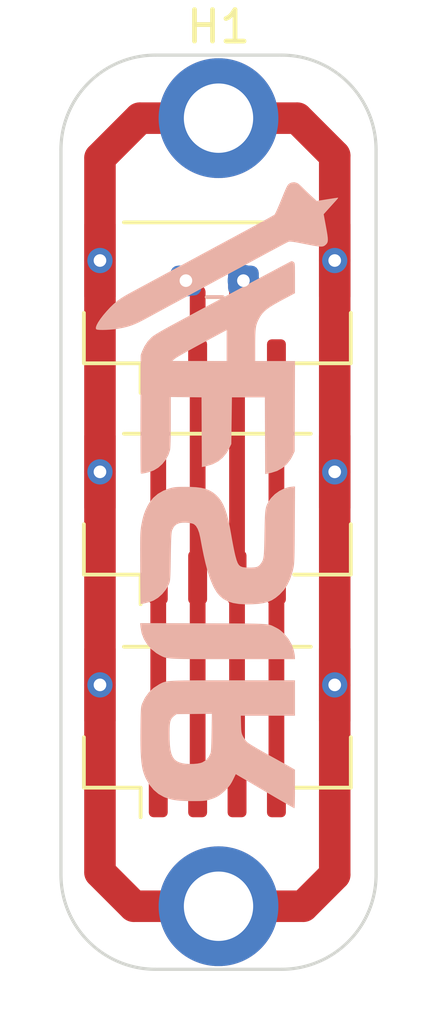
<source format=kicad_pcb>
(kicad_pcb (version 20221018) (generator pcbnew)
  (layers (0 "F.Cu" signal) (31 "B.Cu" signal) (34 "B.Paste" user) (35 "F.Paste" user) (36 "B.SilkS" user "B.Silkscreen") (37 "F.SilkS" user "F.Silkscreen") (38 "B.Mask" user) (39 "F.Mask" user) (44 "Edge.Cuts" user))
  (net 0 "")
  (net 1 "Net-(J1-Pin_1)")
  (net 2 "Net-(J1-Pin_2)")
  (net 3 "Net-(J1-Pin_3)")
  (net 4 "Net-(J1-Pin_4)")
  (net 5 "Earth")
  (footprint "MountingHole:MountingHole_2.2mm_M2_ISO14580_Pad" (layer "F.Cu") (at 167 109)
    (fp_text reference "H2" hide)
    (fp_text value "MountingHole_Pad")
    (pad "1" thru_hole circle (at 0 0) (size 3.8 3.8) (drill 2.2) (layers "*.Cu" "*.Mask") (net 5 "Earth"))
  )
  (footprint "Connector_JST:JST_GH_BM04B-GHS-TBT_1x04-1MP_P1.25mm_Vertical" (layer "F.Cu") (at 166.963 103.378)
    (fp_text reference "J3" hide)
    (fp_text value "jst_gh")
    (fp_line (start -4.235 0.26) (end -4.235 1.86) (stroke (width 0.12)) (layer "F.SilkS"))
    (fp_line (start -4.235 1.86) (end -2.435 1.86) (stroke (width 0.12)) (layer "F.SilkS"))
    (fp_line (start -2.965 -2.61) (end 2.965 -2.61) (stroke (width 0.12)) (layer "F.SilkS"))
    (fp_line (start -2.435 1.86) (end -2.435 2.8) (stroke (width 0.12)) (layer "F.SilkS"))
    (fp_line (start 4.235 0.26) (end 4.235 1.86) (stroke (width 0.12)) (layer "F.SilkS"))
    (fp_line (start 4.235 1.86) (end 2.435 1.86) (stroke (width 0.12)) (layer "F.SilkS"))
    (pad "1" smd roundrect (at -1.875 1.95) (size 0.6 1.7) (layers "F.Cu" "F.Paste" "F.Mask") (net 1 "Net-(J1-Pin_1)"))
    (pad "2" smd roundrect (at -0.625 1.95) (size 0.6 1.7) (layers "F.Cu" "F.Paste" "F.Mask") (net 2 "Net-(J1-Pin_2)"))
    (pad "3" smd roundrect (at 0.625 1.95) (size 0.6 1.7) (layers "F.Cu" "F.Paste" "F.Mask") (net 3 "Net-(J1-Pin_3)"))
    (pad "4" smd roundrect (at 1.875 1.95) (size 0.6 1.7) (layers "F.Cu" "F.Paste" "F.Mask") (net 4 "Net-(J1-Pin_4)"))
    (pad "MP" smd roundrect (at -3.725 -1.4) (size 1 2.8) (layers "F.Cu" "F.Paste" "F.Mask") (net 5 "Earth"))
    (pad "MP" smd roundrect (at 3.725 -1.4) (size 1 2.8) (layers "F.Cu" "F.Paste" "F.Mask") (net 5 "Earth"))
  )
  (footprint "MountingHole:MountingHole_2.2mm_M2_ISO14580_Pad" (layer "F.Cu") (at 167 84)
    (fp_text reference "H1" (at 0 -2.9) (layer "F.SilkS"))
    (fp_text value "MountingHole_Pad")
    (pad "1" thru_hole circle (at 0 0) (size 3.8 3.8) (drill 2.2) (layers "*.Cu" "*.Mask") (net 5 "Earth"))
  )
  (footprint "Connector_JST:JST_GH_BM04B-GHS-TBT_1x04-1MP_P1.25mm_Vertical" (layer "F.Cu") (at 166.963 89.916)
    (fp_text reference "J1" hide)
    (fp_text value "jst_gh")
    (fp_line (start -4.235 0.26) (end -4.235 1.86) (stroke (width 0.12)) (layer "F.SilkS"))
    (fp_line (start -4.235 1.86) (end -2.435 1.86) (stroke (width 0.12)) (layer "F.SilkS"))
    (fp_line (start -2.965 -2.61) (end 2.965 -2.61) (stroke (width 0.12)) (layer "F.SilkS"))
    (fp_line (start -2.435 1.86) (end -2.435 2.8) (stroke (width 0.12)) (layer "F.SilkS"))
    (fp_line (start 4.235 0.26) (end 4.235 1.86) (stroke (width 0.12)) (layer "F.SilkS"))
    (fp_line (start 4.235 1.86) (end 2.435 1.86) (stroke (width 0.12)) (layer "F.SilkS"))
    (pad "1" smd roundrect (at -1.875 1.95) (size 0.6 1.7) (layers "F.Cu" "F.Paste" "F.Mask") (net 1 "Net-(J1-Pin_1)"))
    (pad "2" smd roundrect (at -0.625 1.95) (size 0.6 1.7) (layers "F.Cu" "F.Paste" "F.Mask") (net 2 "Net-(J1-Pin_2)"))
    (pad "3" smd roundrect (at 0.625 1.95) (size 0.6 1.7) (layers "F.Cu" "F.Paste" "F.Mask") (net 3 "Net-(J1-Pin_3)"))
    (pad "4" smd roundrect (at 1.875 1.95) (size 0.6 1.7) (layers "F.Cu" "F.Paste" "F.Mask") (net 4 "Net-(J1-Pin_4)"))
    (pad "MP" smd roundrect (at -3.725 -1.4) (size 1 2.8) (layers "F.Cu" "F.Paste" "F.Mask") (net 5 "Earth"))
    (pad "MP" smd roundrect (at 3.725 -1.4) (size 1 2.8) (layers "F.Cu" "F.Paste" "F.Mask") (net 5 "Earth"))
  )
  (footprint "Connector_JST:JST_GH_BM04B-GHS-TBT_1x04-1MP_P1.25mm_Vertical" (layer "F.Cu") (at 166.963 96.62)
    (fp_text reference "J2" hide)
    (fp_text value "jst_gh")
    (fp_line (start -4.235 0.26) (end -4.235 1.86) (stroke (width 0.12)) (layer "F.SilkS"))
    (fp_line (start -4.235 1.86) (end -2.435 1.86) (stroke (width 0.12)) (layer "F.SilkS"))
    (fp_line (start -2.965 -2.61) (end 2.965 -2.61) (stroke (width 0.12)) (layer "F.SilkS"))
    (fp_line (start -2.435 1.86) (end -2.435 2.8) (stroke (width 0.12)) (layer "F.SilkS"))
    (fp_line (start 4.235 0.26) (end 4.235 1.86) (stroke (width 0.12)) (layer "F.SilkS"))
    (fp_line (start 4.235 1.86) (end 2.435 1.86) (stroke (width 0.12)) (layer "F.SilkS"))
    (pad "1" smd roundrect (at -1.875 1.95) (size 0.6 1.7) (layers "F.Cu" "F.Paste" "F.Mask") (net 1 "Net-(J1-Pin_1)"))
    (pad "2" smd roundrect (at -0.625 1.95) (size 0.6 1.7) (layers "F.Cu" "F.Paste" "F.Mask") (net 2 "Net-(J1-Pin_2)"))
    (pad "3" smd roundrect (at 0.625 1.95) (size 0.6 1.7) (layers "F.Cu" "F.Paste" "F.Mask") (net 3 "Net-(J1-Pin_3)"))
    (pad "4" smd roundrect (at 1.875 1.95) (size 0.6 1.7) (layers "F.Cu" "F.Paste" "F.Mask") (net 4 "Net-(J1-Pin_4)"))
    (pad "MP" smd roundrect (at -3.725 -1.4) (size 1 2.8) (layers "F.Cu" "F.Paste" "F.Mask") (net 5 "Earth"))
    (pad "MP" smd roundrect (at 3.725 -1.4) (size 1 2.8) (layers "F.Cu" "F.Paste" "F.Mask") (net 5 "Earth"))
  )
  (footprint "Resistor_SMD:R_0603_1608Metric_Pad0.98x0.95mm_HandSolder" (layer "F.Cu") (at 166.878 89.154 180)
    (fp_text reference "R1" hide)
    (fp_text value "120")
    (fp_line (start -0.254724 -0.5225) (end 0.254724 -0.5225) (stroke (width 0.12)) (layer "F.SilkS"))
    (fp_line (start -0.254724 0.5225) (end 0.254724 0.5225) (stroke (width 0.12)) (layer "F.SilkS"))
    (pad "1" smd roundrect (at -0.9125 0 180) (size 0.975 0.95) (layers "F.Cu" "F.Paste" "F.Mask") (net 3 "Net-(J1-Pin_3)"))
    (pad "2" smd roundrect (at 0.9125 0 180) (size 0.975 0.95) (layers "F.Cu" "F.Paste" "F.Mask") (net 2 "Net-(J1-Pin_2)"))
  )
  (footprint "Resistor_SMD:R_0603_1608Metric_Pad0.98x0.95mm_HandSolder" (layer "B.Cu") (at 166.878443 89.152359 180)
    (fp_text reference "R2" hide)
    (fp_text value "120")
    (fp_line (start -0.254724 -0.5225) (end 0.254724 -0.5225) (stroke (width 0.12)) (layer "B.SilkS"))
    (fp_line (start -0.254724 0.5225) (end 0.254724 0.5225) (stroke (width 0.12)) (layer "B.SilkS"))
    (pad "1" smd roundrect (at -0.9125 0 180) (size 0.975 0.95) (layers "B.Cu" "B.Paste" "B.Mask") (net 3 "Net-(J1-Pin_3)"))
    (pad "2" smd roundrect (at 0.9125 0 180) (size 0.975 0.95) (layers "B.Cu" "B.Paste" "B.Mask") (net 2 "Net-(J1-Pin_2)"))
  )
  (footprint "LOGO" (layer "B.Cu") (at 166.963 96 -90)
    (fp_text reference "G***" hide)
    (fp_text value "LOGO" hide)
    (fp_poly (pts (xy 4.152668 2.438027) (xy 4.342622 2.402848) (xy 4.524475 2.331923) (xy 4.693028 2.228807) (xy 4.843086 2.097057) (xy 4.969453 1.940229) (xy 5.031052 1.836883) (xy 5.05184 1.79762) (xy 5.070309 1.761905) (xy 5.086595 1.727289) (xy 5.100837 1.691319) (xy 5.113171 1.651546) (xy 5.123736 1.60552) (xy 5.132667 1.550788) (xy 5.140104 1.484902) (xy 5.146182 1.40541) (xy 5.15104 1.309862) (xy 5.154815 1.195807) (xy 5.157644 1.060795) (xy 5.159665 0.902374) (xy 5.161015 0.718096) (xy 5.161831 0.505508) (xy 5.162251 0.26216) (xy 5.162412 -0.014397) (xy 5.162452 -0.326616) (xy 5.16247 -0.507409) (xy 5.162762 -2.463149) (xy 5.088867 -2.462064) (xy 5.032719 -2.456425) (xy 4.955065 -2.442629) (xy 4.872221 -2.423598) (xy 4.868124 -2.422532) (xy 4.69281 -2.358425) (xy 4.524951 -2.262554) (xy 4.377059 -2.142238) (xy 4.360015 -2.125248) (xy 4.291832 -2.053802) (xy 4.243165 -1.9966) (xy 4.204757 -1.940953) (xy 4.167349 -1.874177) (xy 4.145292 -1.830987) (xy 4.127117 -1.795325) (xy 4.110981 -1.763314) (xy 4.096757 -1.732513) (xy 4.084315 -1.700483) (xy 4.073528 -1.664784) (xy 4.064268 -1.622975) (xy 4.056406 -1.572616) (xy 4.049814 -1.511267) (xy 4.044365 -1.436488) (xy 4.03993 -1.345839) (xy 4.03638 -1.23688) (xy 4.033587 -1.10717) (xy 4.031425 -0.95427) (xy 4.029763 -0.775739) (xy 4.028474 -0.569136) (xy 4.02743 -0.332023) (xy 4.026503 -0.061959) (xy 4.025564 0.243497) (xy 4.024891 0.461057) (xy 4.018597 2.449267)) (fill solid) (layer "B.SilkS"))
    (fp_poly (pts (xy -1.844399 2.439889) (xy -1.618086 2.439577) (xy -1.411192 2.43897) (xy -1.22645 2.438083) (xy -1.066595 2.43693) (xy -0.934362 2.435523) (xy -0.832485 2.433879) (xy -0.7637 2.43201) (xy -0.73074 2.42993) (xy -0.728223 2.429244) (xy -0.723316 2.399745) (xy -0.729738 2.342551) (xy -0.745252 2.266972) (xy -0.76762 2.182314) (xy -0.794605 2.097886) (xy -0.823971 2.022995) (xy -0.827998 2.014116) (xy -0.913429 1.872575) (xy -1.029294 1.743649) (xy -1.167198 1.634024) (xy -1.318743 1.550386) (xy -1.473934 1.499755) (xy -1.525092 1.493562) (xy -1.613664 1.488326) (xy -1.737664 1.484096) (xy -1.895106 1.480922) (xy -2.084002 1.478852) (xy -2.302368 1.477934) (xy -2.365938 1.47789) (xy -3.15352 1.47789) (xy -3.14825 0.990187) (xy -3.142979 0.502483) (xy -2.037164 0.497394) (xy -0.931348 0.492305) (xy -0.960222 0.349605) (xy -1.018106 0.152301) (xy -1.106736 -0.020691) (xy -1.225582 -0.168666) (xy -1.374115 -0.290922) (xy -1.493405 -0.359799) (xy -1.661984 -0.443367) (xy -2.402482 -0.453219) (xy -3.142979 -0.463072) (xy -3.142979 -0.98526) (xy -3.142979 -1.507447) (xy -1.925846 -1.512524) (xy -0.708712 -1.517601) (xy -0.717773 -1.561787) (xy -0.726973 -1.605856) (xy -0.740708 -1.670804) (xy -0.749982 -1.714352) (xy -0.808657 -1.897834) (xy -0.900896 -2.063285) (xy -1.023488 -2.20663) (xy -1.173223 -2.323793) (xy -1.273856 -2.379397) (xy -1.428627 -2.453297) (xy -2.86218 -2.458838) (xy -4.295733 -2.464379) (xy -4.295733 -1.833198) (xy -4.295733 -1.202017) (xy -4.794076 -1.202017) (xy -4.972116 -1.20269) (xy -5.116682 -1.205281) (xy -5.233697 -1.210651) (xy -5.329083 -1.219659) (xy -5.408762 -1.233164) (xy -5.478657 -1.252025) (xy -5.544689 -1.277102) (xy -5.612782 -1.309255) (xy -5.643934 -1.325346) (xy -5.727559 -1.373938) (xy -5.802678 -1.429112) (xy -5.873009 -1.495476) (xy -5.942264 -1.577641) (xy -6.014161 -1.680217) (xy -6.092413 -1.807813) (xy -6.180736 -1.965039) (xy -6.223744 -2.04479) (xy -6.447255 -2.463149) (xy -6.927087 -2.463149) (xy -7.076709 -2.463055) (xy -7.191832 -2.46249) (xy -7.277366 -2.461034) (xy -7.338221 -2.458266) (xy -7.37931 -2.453763) (xy -7.405543 -2.447106) (xy -7.42183 -2.437872) (xy -7.433082 -2.42564) (xy -7.437595 -2.419354) (xy -7.46049 -2.380964) (xy -7.46827 -2.358599) (xy -7.458942 -2.338544) (xy -7.431118 -2.28427) (xy -7.385042 -2.196231) (xy -7.320954 -2.074879) (xy -7.239098 -1.920668) (xy -7.139715 -1.734049) (xy -7.023047 -1.515476) (xy -6.889338 -1.265401) (xy -6.738828 -0.984277) (xy -6.57176 -0.672558) (xy -6.388377 -0.330696) (xy -6.369525 -0.295578) (xy -5.276843 -0.295578) (xy -4.786288 -0.295578) (xy -4.295733 -0.295578) (xy -4.296799 0.566525) (xy -4.297864 1.428627) (xy -4.368321 1.346968) (xy -4.392284 1.312687) (xy -4.432417 1.247558) (xy -4.486456 1.155567) (xy -4.552137 1.0407) (xy -4.627199 0.906944) (xy -4.709376 0.758285) (xy -4.796407 0.598708) (xy -4.857811 0.484866) (xy -5.276843 -0.295578) (xy -6.369525 -0.295578) (xy -6.18892 0.040857) (xy -5.973631 0.441647) (xy -5.742753 0.871222) (xy -5.496528 1.329128) (xy -5.42225 1.467223) (xy -5.322371 1.650065) (xy -5.234449 1.805141) (xy -5.159657 1.93049) (xy -5.099168 2.024147) (xy -5.054156 2.084149) (xy -5.052658 2.085862) (xy -4.920996 2.209312) (xy -4.763205 2.314261) (xy -4.605554 2.387449) (xy -4.482933 2.433235) (xy -2.612502 2.438917) (xy -2.344342 2.439573) (xy -2.087396 2.439893)) (fill solid) (layer "B.SilkS"))
    (fp_poly (pts (xy -5.317082 3.85482) (xy -5.299006 3.84045) (xy -5.288585 3.80205) (xy -5.282688 3.732393) (xy -5.281081 3.639347) (xy -5.283532 3.530776) (xy -5.28981 3.414548) (xy -5.299683 3.298528) (xy -5.312919 3.190583) (xy -5.31937 3.149864) (xy -5.348335 2.995664) (xy -5.380169 2.861182) (xy -5.4184 2.736725) (xy -5.466558 2.6126) (xy -5.528173 2.479114) (xy -5.606774 2.326574) (xy -5.644745 2.256245) (xy -5.69876 2.157082) (xy -5.755985 2.051864) (xy -5.818211 1.93728) (xy -5.887232 1.810022) (xy -5.964841 1.666779) (xy -6.052831 1.50424) (xy -6.152994 1.319097) (xy -6.267122 1.108039) (xy -6.39701 0.867756) (xy -6.490588 0.694609) (xy -6.611951 0.470078) (xy -6.747131 0.220059) (xy -6.891248 -0.046426) (xy -7.039422 -0.320359) (xy -7.186775 -0.592717) (xy -7.328427 -0.854482) (xy -7.459497 -1.096633) (xy -7.538936 -1.243358) (xy -7.636983 -1.424752) (xy -7.729704 -1.596926) (xy -7.815331 -1.756554) (xy -7.892096 -1.900306) (xy -7.958228 -2.024857) (xy -8.011961 -2.126878) (xy -8.051523 -2.203041) (xy -8.075147 -2.25002) (xy -8.081064 -2.263172) (xy -8.08527 -2.292302) (xy -8.08311 -2.341048) (xy -8.074012 -2.413398) (xy -8.057407 -2.513343) (xy -8.032725 -2.644871) (xy -8.010398 -2.757559) (xy -7.977346 -2.924409) (xy -7.952545 -3.057528) (xy -7.935723 -3.161665) (xy -7.926606 -3.241567) (xy -7.924922 -3.301983) (xy -7.9304 -3.34766) (xy -7.942767 -3.383346) (xy -7.96175 -3.413788) (xy -7.972019 -3.426616) (xy -8.004311 -3.461174) (xy -8.038359 -3.486068) (xy -8.079537 -3.501504) (xy -8.13322 -3.50769) (xy -8.204778 -3.504833) (xy -8.299587 -3.49314) (xy -8.423019 -3.472819) (xy -8.553652 -3.449067) (xy -8.952585 -3.374973) (xy -9.161203 -3.563115) (xy -9.241435 -3.635503) (xy -9.315685 -3.70255) (xy -9.376802 -3.757796) (xy -9.417639 -3.794782) (xy -9.424011 -3.800572) (xy -9.458497 -3.827686) (xy -9.477229 -3.83411) (xy -9.478345 -3.831421) (xy -9.475447 -3.806687) (xy -9.467331 -3.74985) (xy -9.455015 -3.667724) (xy -9.439516 -3.567121) (xy -9.426393 -3.483503) (xy -9.374296 -3.154051) (xy -9.533062 -2.981021) (xy -9.609402 -2.899019) (xy -9.689569 -2.814883) (xy -9.762403 -2.740233) (xy -9.803289 -2.699612) (xy -9.860941 -2.640272) (xy -9.909923 -2.583981) (xy -9.940663 -2.541829) (xy -9.942791 -2.538022) (xy -9.968551 -2.449224) (xy -9.959429 -2.356027) (xy -9.925998 -2.284219) (xy -9.908393 -2.261861) (xy -9.884262 -2.240391) (xy -9.848949 -2.217473) (xy -9.7978 -2.190772) (xy -9.726162 -2.157949) (xy -9.629381 -2.116669) (xy -9.502802 -2.064594) (xy -9.428442 -2.034409) (xy -9.301702 -1.982292) (xy -9.185953 -1.933165) (xy -9.086624 -1.889455) (xy -9.009147 -1.85359) (xy -8.958949 -1.827998) (xy -8.942676 -1.817223) (xy -8.927421 -1.79397) (xy -8.895357 -1.739202) (xy -8.848272 -1.656151) (xy -8.787953 -1.548049) (xy -8.716187 -1.418128) (xy -8.634763 -1.26962) (xy -8.545467 -1.105756) (xy -8.450087 -0.92977) (xy -8.379023 -0.79806) (xy -8.26709 -0.590244) (xy -8.140397 -0.355069) (xy -8.002893 -0.099862) (xy -7.858526 0.16805) (xy -7.711245 0.44134) (xy -7.564999 0.712679) (xy -7.423736 0.974741) (xy -7.291406 1.220199) (xy -7.232148 1.330101) (xy -7.121494 1.535333) (xy -7.012558 1.737411) (xy -6.907419 1.932477) (xy -6.808153 2.116674) (xy -6.716841 2.286145) (xy -6.635559 2.437034) (xy -6.566386 2.565484) (xy -6.5114 2.667638) (xy -6.472679 2.739638) (xy -6.467716 2.748875) (xy -6.373499 2.917891) (xy -6.285915 3.059076) (xy -6.197909 3.181555) (xy -6.102427 3.294455) (xy -5.992416 3.406902) (xy -5.875759 3.51472) (xy -5.74918 3.622511) (xy -5.631651 3.712307) (xy -5.526425 3.782274) (xy -5.436753 3.830572) (xy -5.365888 3.855367)) (fill solid) (layer "B.SilkS"))
    (fp_poly (pts (xy 7.906318 2.43892) (xy 8.10598 2.433722) (xy 8.278397 2.424555) (xy 8.427594 2.410968) (xy 8.557598 2.392511) (xy 8.672435 2.368733) (xy 8.776131 2.339182) (xy 8.872712 2.303408) (xy 8.956012 2.265937) (xy 9.146123 2.155204) (xy 9.307377 2.02208) (xy 9.437371 1.869051) (xy 9.533703 1.698598) (xy 9.55473 1.646984) (xy 9.591879 1.536868) (xy 9.620175 1.425501) (xy 9.640603 1.305353) (xy 9.654148 1.168896) (xy 9.661796 1.0086) (xy 9.664533 0.816937) (xy 9.664555 0.807913) (xy 9.664468 0.66722) (xy 9.663152 0.558585) (xy 9.660024 0.474664) (xy 9.654498 0.408112) (xy 9.64599 0.351582) (xy 9.633917 0.297728) (xy 9.619934 0.246909) (xy 9.573169 0.106796) (xy 9.518116 -0.009815) (xy 9.446931 -0.116109) (xy 9.35177 -0.225277) (xy 9.319108 -0.258812) (xy 9.231227 -0.342507) (xy 9.151083 -0.405681) (xy 9.063119 -0.459603) (xy 8.990036 -0.497156) (xy 8.810204 -0.585065) (xy 9.351107 -1.505381) (xy 9.453114 -1.679277) (xy 9.548843 -1.843122) (xy 9.636469 -1.993747) (xy 9.714166 -2.127983) (xy 9.78011 -2.242661) (xy 9.832474 -2.334612) (xy 9.869433 -2.400668) (xy 9.889162 -2.437658) (xy 9.892009 -2.444423) (xy 9.87278 -2.44976) (xy 9.816984 -2.454326) (xy 9.727461 -2.458035) (xy 9.607048 -2.4608) (xy 9.458583 -2.462533) (xy 9.284905 -2.463149) (xy 9.280663 -2.463149) (xy 8.669317 -2.463149) (xy 8.619515 -2.379402) (xy 8.598623 -2.343049) (xy 8.561213 -2.276671) (xy 8.50979 -2.184759) (xy 8.446855 -2.071804) (xy 8.374912 -1.9423) (xy 8.296463 -1.800736) (xy 8.217036 -1.657083) (xy 8.118595 -1.480532) (xy 8.029234 -1.323643) (xy 7.950674 -1.189296) (xy 7.884637 -1.080372) (xy 7.832845 -0.99975) (xy 7.797018 -0.950309) (xy 7.789471 -0.941813) (xy 7.727256 -0.888484) (xy 7.650295 -0.836231) (xy 7.606206 -0.811882) (xy 7.558732 -0.790096) (xy 7.514277 -0.77486) (xy 7.463815 -0.764746) (xy 7.398318 -0.758324) (xy 7.30876 -0.754165) (xy 7.226881 -0.751834) (xy 6.955935 -0.745018) (xy 6.955935 -1.604084) (xy 6.955935 -2.463149) (xy 6.394336 -2.463149) (xy 5.832738 -2.463149) (xy 5.83303 -0.497556) (xy 5.833063 -0.164582) (xy 5.833149 0.13142) (xy 5.833193 0.17425) (xy 6.895074 0.17425) (xy 7.482176 0.182386) (xy 7.675168 0.185869) (xy 7.838244 0.190505) (xy 7.969257 0.196194) (xy 8.066061 0.202832) (xy 8.126511 0.210319) (xy 8.140564 0.213698) (xy 8.263874 0.272857) (xy 8.362758 0.360146) (xy 8.432677 0.47099) (xy 8.454183 0.529723) (xy 8.474237 0.630373) (xy 8.4853 0.754595) (xy 8.487066 0.887519) (xy 8.479229 1.014274) (xy 8.46592 1.100872) (xy 8.4369 1.20485) (xy 8.395912 1.290917) (xy 8.339543 1.360561) (xy 8.26438 1.415269) (xy 8.16701 1.456527) (xy 8.044021 1.485823) (xy 7.892 1.504643) (xy 7.707535 1.514475) (xy 7.511181 1.516868) (xy 7.363784 1.515122) (xy 7.249467 1.509189) (xy 7.16198 1.497376) (xy 7.095071 1.477985) (xy 7.042489 1.449322) (xy 6.997982 1.40969) (xy 6.9635 1.368305) (xy 6.906672 1.29384) (xy 6.900873 0.734045) (xy 6.895074 0.17425) (xy 5.833193 0.17425) (xy 5.83342 0.392891) (xy 5.834009 0.622269) (xy 5.83505 0.821994) (xy 5.836675 0.994506) (xy 5.83902 1.142242) (xy 5.842215 1.267643) (xy 5.846396 1.373148) (xy 5.851695 1.461197) (xy 5.858245 1.534227) (xy 5.86618 1.59468) (xy 5.875633 1.644993) (xy 5.886738 1.687607) (xy 5.899627 1.72496) (xy 5.914434 1.759492) (xy 5.931292 1.793643) (xy 5.950334 1.82985) (xy 5.961344 1.850681) (xy 6.075841 2.027148) (xy 6.219191 2.177896) (xy 6.388146 2.300069) (xy 6.572534 2.388237) (xy 6.604834 2.399755) (xy 6.637029 2.409131) (xy 6.673538 2.416635) (xy 6.718779 2.422534) (xy 6.77717 2.427099) (xy 6.85313 2.430599) (xy 6.951078 2.433303) (xy 7.075432 2.43548) (xy 7.23061 2.4374) (xy 7.409154 2.439216) (xy 7.675385 2.440602)) (fill solid) (layer "B.SilkS"))
    (fp_poly (pts (xy 1.894021 2.448939) (xy 2.113173 2.447987) (xy 2.275546 2.447133) (xy 2.482138 2.445851) (xy 2.676734 2.444354) (xy 2.855803 2.442691) (xy 3.015812 2.440908) (xy 3.153232 2.439051) (xy 3.264529 2.437167) (xy 3.346174 2.435303) (xy 3.394634 2.433504) (xy 3.407102 2.432206) (xy 3.409296 2.406962) (xy 3.401144 2.353922) (xy 3.385105 2.282561) (xy 3.363638 2.202353) (xy 3.339202 2.122775) (xy 3.314254 2.053303) (xy 3.300481 2.021293) (xy 3.214394 1.880067) (xy 3.097605 1.74859) (xy 2.958787 1.634925) (xy 2.806612 1.547131) (xy 2.775749 1.533558) (xy 2.747237 1.522298) (xy 2.718161 1.513037) (xy 2.684316 1.505499) (xy 2.641495 1.499409) (xy 2.585494 1.494493) (xy 2.512108 1.490476) (xy 2.41713 1.487084) (xy 2.296356 1.484041) (xy 2.145581 1.481073) (xy 1.960598 1.477906) (xy 1.911404 1.477098) (xy 1.712722 1.473643) (xy 1.54945 1.470256) (xy 1.417587 1.46672) (xy 1.313134 1.462818) (xy 1.232091 1.458332) (xy 1.170457 1.453045) (xy 1.124233 1.446741) (xy 1.089418 1.439201) (xy 1.06436 1.431114) (xy 0.961766 1.377658) (xy 0.891596 1.305494) (xy 0.849411 1.20986) (xy 0.846093 1.19689) (xy 0.833037 1.106388) (xy 0.831173 1.002104) (xy 0.839483 0.897389) (xy 0.856949 0.805596) (xy 0.880652 0.743293) (xy 0.937593 0.680015) (xy 1.029961 0.624419) (xy 1.154234 0.578165) (xy 1.3045 0.543339) (xy 1.608867 0.486987) (xy 1.877607 0.432192) (xy 2.11442 0.37794) (xy 2.323006 0.323213) (xy 2.507063 0.266995) (xy 2.670292 0.20827) (xy 2.816392 0.146021) (xy 2.901062 0.104662) (xy 3.045339 0.017946) (xy 3.164077 -0.082385) (xy 3.258702 -0.199632) (xy 3.330636 -0.337097) (xy 3.381303 -0.498081) (xy 3.412129 -0.685886) (xy 3.424535 -0.903814) (xy 3.422104 -1.103491) (xy 3.409519 -1.298856) (xy 3.38549 -1.46347) (xy 3.34728 -1.605022) (xy 3.29215 -1.731197) (xy 3.217361 -1.849682) (xy 3.120177 -1.968164) (xy 3.110187 -1.979146) (xy 2.969343 -2.111322) (xy 2.808159 -2.220838) (xy 2.621854 -2.310224) (xy 2.405645 -2.382005) (xy 2.295655 -2.409619) (xy 2.257282 -2.41802) (xy 2.218661 -2.425221) (xy 2.176446 -2.43134) (xy 2.127294 -2.436491) (xy 2.067858 -2.440791) (xy 1.994795 -2.444356) (xy 1.904757 -2.447302) (xy 1.794402 -2.449744) (xy 1.660383 -2.451799) (xy 1.499355 -2.453583) (xy 1.307973 -2.455212) (xy 1.082893 -2.456802) (xy 0.901513 -2.457966) (xy -0.315283 -2.46559) (xy -0.315283 -2.416077) (xy -0.297594 -2.26658) (xy -0.247855 -2.112409) (xy -0.171054 -1.962348) (xy -0.072184 -1.825182) (xy 0.043766 -1.709694) (xy 0.116243 -1.656512) (xy 0.172927 -1.620852) (xy 0.224371 -1.591455) (xy 0.275087 -1.567638) (xy 0.329587 -1.548713) (xy 0.392384 -1.533997) (xy 0.467989 -1.522804) (xy 0.560915 -1.514449) (xy 0.675674 -1.508247) (xy 0.816779 -1.503512) (xy 0.98874 -1.49956) (xy 1.172459 -1.496126) (xy 1.373862 -1.492298) (xy 1.540019 -1.488395) (xy 1.675094 -1.483963) (xy 1.783248 -1.478548) (xy 1.868646 -1.471695) (xy 1.935451 -1.462951) (xy 1.987824 -1.45186) (xy 2.029929 -1.437969) (xy 2.06593 -1.420824) (xy 2.099988 -1.39997) (xy 2.108962 -1.393936) (xy 2.168918 -1.349051) (xy 2.21017 -1.304497) (xy 2.236111 -1.251599) (xy 2.250133 -1.181682) (xy 2.255628 -1.08607) (xy 2.256245 -1.017292) (xy 2.253656 -0.897596) (xy 2.242593 -0.806159) (xy 2.218114 -0.737302) (xy 2.175274 -0.685349) (xy 2.109131 -0.644619) (xy 2.01474 -0.609435) (xy 1.887158 -0.574119) (xy 1.865683 -0.568668) (xy 1.776509 -0.547935) (xy 1.65864 -0.523095) (xy 1.522313 -0.496167) (xy 1.377765 -0.469167) (xy 1.235234 -0.444111) (xy 1.222868 -0.442023) (xy 0.966194 -0.395626) (xy 0.745142 -0.348253) (xy 0.555924 -0.298443) (xy 0.394754 -0.244732) (xy 0.257845 -0.185656) (xy 0.141411 -0.119754) (xy 0.041666 -0.045561) (xy -0.045178 0.038384) (xy -0.058278 0.052989) (xy -0.135359 0.152187) (xy -0.195949 0.258558) (xy -0.241548 0.377774) (xy -0.273656 0.515507) (xy -0.293772 0.677429) (xy -0.303397 0.869213) (xy -0.304758 0.98526) (xy -0.304432 1.119916) (xy -0.302574 1.223271) (xy -0.298486 1.303426) (xy -0.291473 1.368482) (xy -0.280836 1.42654) (xy -0.26588 1.485701) (xy -0.259904 1.506756) (xy -0.183957 1.712278) (xy -0.082728 1.888313) (xy 0.045379 2.036873) (xy 0.201958 2.159969) (xy 0.305943 2.220229) (xy 0.438198 2.282936) (xy 0.57073 2.332624) (xy 0.715474 2.373014) (xy 0.884368 2.407829) (xy 0.937146 2.417006) (xy 0.986516 2.424822) (xy 1.036455 2.431392) (xy 1.090609 2.436798) (xy 1.152624 2.441122) (xy 1.226148 2.444446) (xy 1.314827 2.446852) (xy 1.422307 2.448423) (xy 1.552235 2.449239) (xy 1.708258 2.449384)) (fill solid) (layer "B.SilkS"))
  )
  (gr_arc (start 169 82) (mid 171.12132 82.87868) (end 172 85) (stroke (width 0.1)) (layer "Edge.Cuts"))
  (gr_arc (start 165 111) (mid 162.87868 110.12132) (end 162 108) (stroke (width 0.1)) (layer "Edge.Cuts"))
  (gr_line (start 172 85) (end 172 108) (stroke (width 0.1)) (layer "Edge.Cuts"))
  (gr_line (start 165 82) (end 169 82) (stroke (width 0.1)) (layer "Edge.Cuts"))
  (gr_line (start 169 111) (end 165 111) (stroke (width 0.1)) (layer "Edge.Cuts"))
  (gr_line (start 162 108) (end 162 85) (stroke (width 0.1)) (layer "Edge.Cuts"))
  (gr_arc (start 162 85) (mid 162.87868 82.87868) (end 165 82) (stroke (width 0.1)) (layer "Edge.Cuts"))
  (gr_arc (start 172 108) (mid 171.12132 110.12132) (end 169 111) (stroke (width 0.1)) (layer "Edge.Cuts"))
  (segment (start 165.088 105.328) (end 165.088 98.57) (width 0.5) (layer "F.Cu") (net 1))
  (segment (start 165.088 91.866) (end 165.088 98.57) (width 0.5) (layer "F.Cu") (net 1))
  (segment (start 166.338 105.328) (end 166.338 98.57) (width 0.5) (layer "F.Cu") (net 2))
  (segment (start 166.338 89.5265) (end 165.9655 89.154) (width 0.5) (layer "F.Cu") (net 2))
  (segment (start 166.338 91.866) (end 166.338 89.5265) (width 0.5) (layer "F.Cu") (net 2))
  (segment (start 166.338 91.866) (end 166.338 98.57) (width 0.5) (layer "F.Cu") (net 2))
  (via (at 165.9655 89.154) (size 0.8) (drill 0.4) (layers "F.Cu" "B.Cu") (net 2))
  (segment (start 165.965943 89.153557) (end 165.9655 89.154) (width 1) (layer "B.Cu") (net 2))
  (segment (start 165.965943 89.152359) (end 165.965943 89.153557) (width 1) (layer "B.Cu") (net 2))
  (segment (start 167.588 91.866) (end 167.588 98.57) (width 0.5) (layer "F.Cu") (net 3))
  (segment (start 167.588 91.866) (end 167.588 89.3565) (width 0.5) (layer "F.Cu") (net 3))
  (segment (start 167.588 98.57) (end 167.588 105.328) (width 0.5) (layer "F.Cu") (net 3))
  (segment (start 167.588 89.3565) (end 167.7905 89.154) (width 0.5) (layer "F.Cu") (net 3))
  (via (at 167.7905 89.154) (size 0.8) (drill 0.4) (layers "F.Cu" "B.Cu") (net 3))
  (segment (start 167.790943 89.153557) (end 167.7905 89.154) (width 1) (layer "B.Cu") (net 3))
  (segment (start 167.790943 89.152359) (end 167.790943 89.153557) (width 1) (layer "B.Cu") (net 3))
  (segment (start 168.838 98.57) (end 168.838 91.866) (width 0.5) (layer "F.Cu") (net 4))
  (segment (start 168.838 105.328) (end 168.838 98.57) (width 0.5) (layer "F.Cu") (net 4))
  (segment (start 164.312995 109) (end 167 109) (width 1) (layer "F.Cu") (net 5))
  (segment (start 163.238 107.925005) (end 164.312995 109) (width 1) (layer "F.Cu") (net 5))
  (segment (start 170.688 101.978) (end 170.688 95.22) (width 1) (layer "F.Cu") (net 5))
  (segment (start 169.5 84) (end 167 84) (width 1) (layer "F.Cu") (net 5))
  (segment (start 163.238 88.516) (end 163.238 85.262) (width 1) (layer "F.Cu") (net 5))
  (segment (start 163.238 95.22) (end 163.238 88.516) (width 1) (layer "F.Cu") (net 5))
  (segment (start 163.238 85.262) (end 164.5 84) (width 1) (layer "F.Cu") (net 5))
  (segment (start 170.688 95.22) (end 170.688 88.516) (width 1) (layer "F.Cu") (net 5))
  (segment (start 170.688 107.999005) (end 169.687005 109) (width 1) (layer "F.Cu") (net 5))
  (segment (start 170.688 101.978) (end 170.688 107.999005) (width 1) (layer "F.Cu") (net 5))
  (segment (start 170.688 85.188) (end 169.5 84) (width 1) (layer "F.Cu") (net 5))
  (segment (start 163.238 101.978) (end 163.238 107.925005) (width 1) (layer "F.Cu") (net 5))
  (segment (start 163.238 101.978) (end 163.238 95.22) (width 1) (layer "F.Cu") (net 5))
  (segment (start 169.687005 109) (end 167 109) (width 1) (layer "F.Cu") (net 5))
  (segment (start 164.5 84) (end 167 84) (width 1) (layer "F.Cu") (net 5))
  (segment (start 170.688 88.516) (end 170.688 85.188) (width 1) (layer "F.Cu") (net 5))
  (via (at 163.238 95.22) (size 0.8) (drill 0.4) (layers "F.Cu" "B.Cu") (net 5))
  (via (at 163.238 101.978) (size 0.8) (drill 0.4) (layers "F.Cu" "B.Cu") (net 5))
  (via (at 170.688 95.22) (size 0.8) (drill 0.4) (layers "F.Cu" "B.Cu") (net 5))
  (via (at 170.688 88.516) (size 0.8) (drill 0.4) (layers "F.Cu" "B.Cu") (net 5))
  (via (at 163.238 88.516) (size 0.8) (drill 0.4) (layers "F.Cu" "B.Cu") (net 5))
  (via (at 170.688 101.978) (size 0.8) (drill 0.4) (layers "F.Cu" "B.Cu") (net 5))
)
</source>
